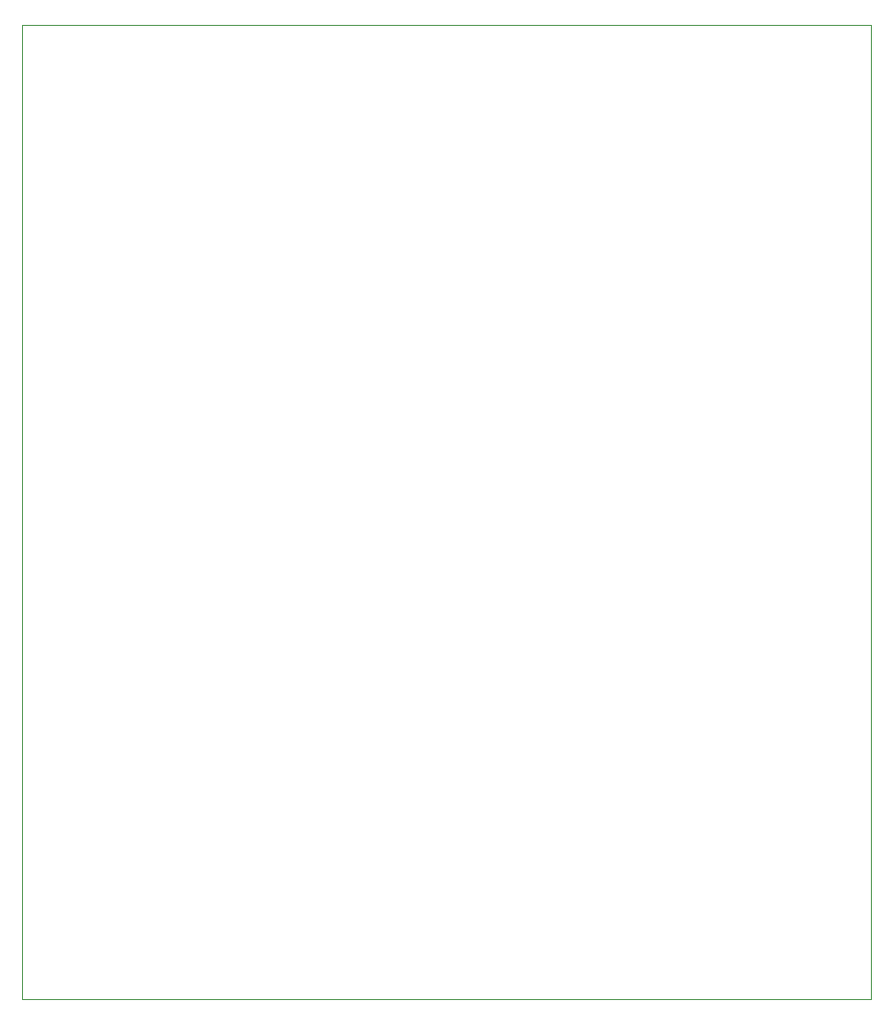
<source format=gm1>
G04 #@! TF.FileFunction,Profile,NP*
%FSLAX46Y46*%
G04 Gerber Fmt 4.6, Leading zero omitted, Abs format (unit mm)*
G04 Created by KiCad (PCBNEW 4.0.7-e2-6376~58~ubuntu16.04.1) date Fri Jan 19 19:52:53 2018*
%MOMM*%
%LPD*%
G01*
G04 APERTURE LIST*
%ADD10C,0.100000*%
G04 APERTURE END LIST*
D10*
X112119000Y-53159000D02*
X112119000Y-139159000D01*
X187119000Y-53159000D02*
X112119000Y-53159000D01*
X187119000Y-139159000D02*
X187119000Y-53159000D01*
X112119000Y-139159000D02*
X187119000Y-139159000D01*
M02*

</source>
